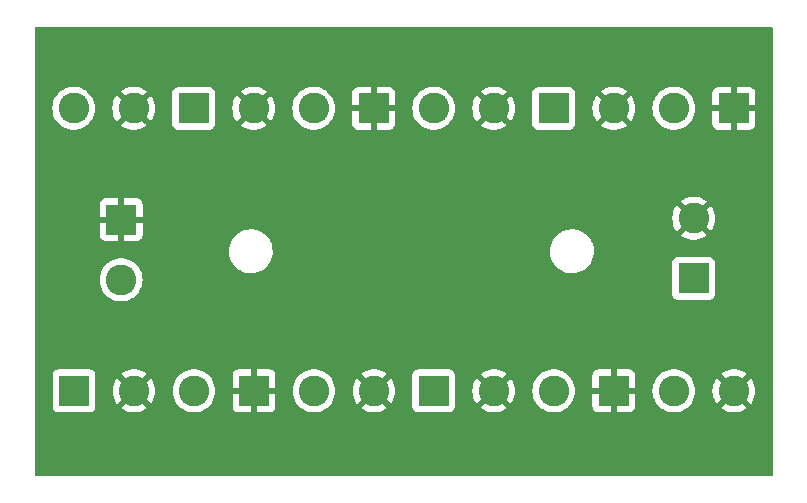
<source format=gbr>
%TF.GenerationSoftware,KiCad,Pcbnew,7.0.7*%
%TF.CreationDate,2024-01-08T20:38:26+01:00*%
%TF.ProjectId,SplitX_2,53706c69-7458-45f3-922e-6b696361645f,rev?*%
%TF.SameCoordinates,Original*%
%TF.FileFunction,Copper,L2,Bot*%
%TF.FilePolarity,Positive*%
%FSLAX46Y46*%
G04 Gerber Fmt 4.6, Leading zero omitted, Abs format (unit mm)*
G04 Created by KiCad (PCBNEW 7.0.7) date 2024-01-08 20:38:26*
%MOMM*%
%LPD*%
G01*
G04 APERTURE LIST*
%TA.AperFunction,ComponentPad*%
%ADD10R,2.600000X2.600000*%
%TD*%
%TA.AperFunction,ComponentPad*%
%ADD11C,2.600000*%
%TD*%
G04 APERTURE END LIST*
D10*
%TO.P,J5,1,Pin_1*%
%TO.N,B*%
X220218000Y-43891000D03*
D11*
%TO.P,J5,2,Pin_2*%
%TO.N,A*%
X215138000Y-43891000D03*
%TO.P,J5,3,Pin_3*%
%TO.N,B*%
X210058000Y-43891000D03*
%TD*%
D10*
%TO.P,Je,1,Pin_1*%
%TO.N,B*%
X210080000Y-67818000D03*
D11*
%TO.P,Je,2,Pin_2*%
%TO.N,A*%
X215160000Y-67818000D03*
%TO.P,Je,3,Pin_3*%
%TO.N,B*%
X220240000Y-67818000D03*
%TD*%
D10*
%TO.P,J4,1,Pin_1*%
%TO.N,A*%
X194840000Y-67818000D03*
D11*
%TO.P,J4,2,Pin_2*%
%TO.N,B*%
X199920000Y-67818000D03*
%TO.P,J4,3,Pin_3*%
%TO.N,A*%
X205000000Y-67818000D03*
%TD*%
D10*
%TO.P,J1,1,Pin_1*%
%TO.N,B*%
X198831000Y-53335000D03*
D11*
%TO.P,J1,2,Pin_2*%
%TO.N,A*%
X198831000Y-58415000D03*
%TD*%
D10*
%TO.P,J8,1,Pin_1*%
%TO.N,A*%
X225298000Y-67818000D03*
D11*
%TO.P,J8,2,Pin_2*%
%TO.N,B*%
X230378000Y-67818000D03*
%TO.P,J8,3,Pin_3*%
%TO.N,A*%
X235458000Y-67818000D03*
%TD*%
D10*
%TO.P,J2,1,Pin_1*%
%TO.N,B*%
X250703000Y-43891000D03*
D11*
%TO.P,J2,2,Pin_2*%
%TO.N,A*%
X245623000Y-43891000D03*
%TO.P,J2,3,Pin_3*%
%TO.N,B*%
X240543000Y-43891000D03*
%TD*%
D10*
%TO.P,J7,1,Pin_1*%
%TO.N,A*%
X204978000Y-43891000D03*
D11*
%TO.P,J7,2,Pin_2*%
%TO.N,B*%
X199898000Y-43891000D03*
%TO.P,J7,3,Pin_3*%
%TO.N,A*%
X194818000Y-43891000D03*
%TD*%
D10*
%TO.P,J9,1,Pin_1*%
%TO.N,B*%
X240544000Y-67818000D03*
D11*
%TO.P,J9,2,Pin_2*%
%TO.N,A*%
X245624000Y-67818000D03*
%TO.P,J9,3,Pin_3*%
%TO.N,B*%
X250704000Y-67818000D03*
%TD*%
D10*
%TO.P,J10,1,Pin_1*%
%TO.N,A*%
X247305000Y-58291000D03*
D11*
%TO.P,J10,2,Pin_2*%
%TO.N,B*%
X247305000Y-53211000D03*
%TD*%
D10*
%TO.P,J3,1,Pin_1*%
%TO.N,A*%
X235458000Y-43891000D03*
D11*
%TO.P,J3,2,Pin_2*%
%TO.N,B*%
X230378000Y-43891000D03*
%TO.P,J3,3,Pin_3*%
%TO.N,A*%
X225298000Y-43891000D03*
%TD*%
%TA.AperFunction,Conductor*%
%TO.N,B*%
G36*
X253941621Y-37020502D02*
G01*
X253988114Y-37074158D01*
X253999500Y-37126500D01*
X253999500Y-74873500D01*
X253979498Y-74941621D01*
X253925842Y-74988114D01*
X253873500Y-74999500D01*
X191626500Y-74999500D01*
X191558379Y-74979498D01*
X191511886Y-74925842D01*
X191500500Y-74873500D01*
X191500500Y-69166649D01*
X193031500Y-69166649D01*
X193038009Y-69227196D01*
X193038011Y-69227204D01*
X193089110Y-69364202D01*
X193089112Y-69364207D01*
X193176738Y-69481261D01*
X193293792Y-69568887D01*
X193293794Y-69568888D01*
X193293796Y-69568889D01*
X193338629Y-69585611D01*
X193430795Y-69619988D01*
X193430803Y-69619990D01*
X193491350Y-69626499D01*
X193491355Y-69626499D01*
X193491362Y-69626500D01*
X193491368Y-69626500D01*
X196188632Y-69626500D01*
X196188638Y-69626500D01*
X196188645Y-69626499D01*
X196188649Y-69626499D01*
X196249196Y-69619990D01*
X196249199Y-69619989D01*
X196249201Y-69619989D01*
X196386204Y-69568889D01*
X196386799Y-69568444D01*
X196503261Y-69481261D01*
X196590887Y-69364207D01*
X196590887Y-69364206D01*
X196590889Y-69364204D01*
X196641989Y-69227201D01*
X196648500Y-69166638D01*
X196648500Y-67817999D01*
X198106930Y-67817999D01*
X198127180Y-68088227D01*
X198187480Y-68352413D01*
X198187481Y-68352416D01*
X198286480Y-68604664D01*
X198421968Y-68839335D01*
X198474092Y-68904696D01*
X199198369Y-68180418D01*
X199260682Y-68146393D01*
X199331497Y-68151457D01*
X199388333Y-68194004D01*
X199393848Y-68201996D01*
X199415186Y-68235619D01*
X199479056Y-68295596D01*
X199534902Y-68348039D01*
X199539654Y-68351492D01*
X199583007Y-68407716D01*
X199589081Y-68478452D01*
X199555948Y-68541243D01*
X199554686Y-68542522D01*
X198832455Y-69264752D01*
X198832455Y-69264753D01*
X199013469Y-69388167D01*
X199013470Y-69388168D01*
X199257602Y-69505735D01*
X199516547Y-69585611D01*
X199516555Y-69585612D01*
X199784513Y-69626000D01*
X200055487Y-69626000D01*
X200323444Y-69585612D01*
X200323452Y-69585611D01*
X200582397Y-69505735D01*
X200826529Y-69388168D01*
X200826530Y-69388167D01*
X201007543Y-69264753D01*
X200281614Y-68538825D01*
X200247589Y-68476512D01*
X200252653Y-68405697D01*
X200295200Y-68348861D01*
X200296648Y-68347793D01*
X200306626Y-68340543D01*
X200368492Y-68295595D01*
X200456032Y-68189776D01*
X200514862Y-68150041D01*
X200585840Y-68148418D01*
X200642210Y-68180999D01*
X201365907Y-68904697D01*
X201365907Y-68904696D01*
X201418025Y-68839343D01*
X201418031Y-68839335D01*
X201553519Y-68604664D01*
X201652518Y-68352416D01*
X201652519Y-68352413D01*
X201712819Y-68088227D01*
X201733069Y-67818000D01*
X203186429Y-67818000D01*
X203189512Y-67859138D01*
X203206685Y-68088302D01*
X203267001Y-68352560D01*
X203267002Y-68352562D01*
X203366027Y-68604875D01*
X203366030Y-68604883D01*
X203501554Y-68839617D01*
X203501556Y-68839620D01*
X203501557Y-68839621D01*
X203553453Y-68904697D01*
X203670561Y-69051546D01*
X203794545Y-69166585D01*
X203869257Y-69235907D01*
X203869263Y-69235911D01*
X204093205Y-69388593D01*
X204093212Y-69388597D01*
X204093215Y-69388599D01*
X204234003Y-69456399D01*
X204337423Y-69506204D01*
X204337436Y-69506209D01*
X204596431Y-69586098D01*
X204596433Y-69586098D01*
X204596442Y-69586101D01*
X204864472Y-69626500D01*
X204864476Y-69626500D01*
X205135524Y-69626500D01*
X205135528Y-69626500D01*
X205403558Y-69586101D01*
X205403568Y-69586098D01*
X205662563Y-69506209D01*
X205662565Y-69506207D01*
X205662572Y-69506206D01*
X205662577Y-69506203D01*
X205662581Y-69506202D01*
X205906780Y-69388602D01*
X205906780Y-69388601D01*
X205906786Y-69388599D01*
X206130743Y-69235907D01*
X206205442Y-69166597D01*
X208272000Y-69166597D01*
X208278505Y-69227093D01*
X208329555Y-69363964D01*
X208329555Y-69363965D01*
X208417095Y-69480904D01*
X208534034Y-69568444D01*
X208670906Y-69619494D01*
X208731402Y-69625999D01*
X208731415Y-69626000D01*
X209826000Y-69626000D01*
X209826000Y-68586305D01*
X209846002Y-68518184D01*
X209899658Y-68471691D01*
X209969932Y-68461587D01*
X209983325Y-68464261D01*
X209997886Y-68468000D01*
X209997889Y-68468000D01*
X210120890Y-68468000D01*
X210120894Y-68468000D01*
X210192207Y-68458991D01*
X210262298Y-68470297D01*
X210315149Y-68517702D01*
X210334000Y-68583997D01*
X210334000Y-69626000D01*
X211428585Y-69626000D01*
X211428597Y-69625999D01*
X211489093Y-69619494D01*
X211625964Y-69568444D01*
X211625965Y-69568444D01*
X211742904Y-69480904D01*
X211830444Y-69363965D01*
X211830444Y-69363964D01*
X211881494Y-69227093D01*
X211887999Y-69166597D01*
X211888000Y-69166585D01*
X211888000Y-68072000D01*
X210845576Y-68072000D01*
X210777455Y-68051998D01*
X210730962Y-67998342D01*
X210720858Y-67928068D01*
X210721808Y-67922391D01*
X210733872Y-67859146D01*
X210733873Y-67859133D01*
X210731285Y-67818000D01*
X213346429Y-67818000D01*
X213366685Y-68088302D01*
X213427001Y-68352560D01*
X213427002Y-68352562D01*
X213526027Y-68604875D01*
X213526030Y-68604883D01*
X213661554Y-68839617D01*
X213661556Y-68839620D01*
X213661557Y-68839621D01*
X213713453Y-68904697D01*
X213830561Y-69051546D01*
X213954545Y-69166585D01*
X214029257Y-69235907D01*
X214029263Y-69235911D01*
X214253205Y-69388593D01*
X214253212Y-69388597D01*
X214253215Y-69388599D01*
X214394003Y-69456399D01*
X214497423Y-69506204D01*
X214497436Y-69506209D01*
X214756431Y-69586098D01*
X214756433Y-69586098D01*
X214756442Y-69586101D01*
X215024472Y-69626500D01*
X215024476Y-69626500D01*
X215295524Y-69626500D01*
X215295528Y-69626500D01*
X215563558Y-69586101D01*
X215563568Y-69586098D01*
X215822563Y-69506209D01*
X215822565Y-69506207D01*
X215822572Y-69506206D01*
X215822577Y-69506203D01*
X215822581Y-69506202D01*
X216066780Y-69388602D01*
X216066780Y-69388601D01*
X216066786Y-69388599D01*
X216290743Y-69235907D01*
X216489442Y-69051542D01*
X216658443Y-68839621D01*
X216793971Y-68604879D01*
X216892999Y-68352559D01*
X216953315Y-68088299D01*
X216973571Y-67818000D01*
X216973571Y-67817999D01*
X218426930Y-67817999D01*
X218447180Y-68088227D01*
X218507480Y-68352413D01*
X218507481Y-68352416D01*
X218606480Y-68604664D01*
X218741968Y-68839335D01*
X218794092Y-68904696D01*
X219518369Y-68180418D01*
X219580682Y-68146393D01*
X219651497Y-68151457D01*
X219708333Y-68194004D01*
X219713848Y-68201996D01*
X219735186Y-68235619D01*
X219799056Y-68295596D01*
X219854902Y-68348039D01*
X219859654Y-68351492D01*
X219903007Y-68407716D01*
X219909081Y-68478452D01*
X219875948Y-68541243D01*
X219874686Y-68542522D01*
X219152455Y-69264752D01*
X219152455Y-69264753D01*
X219333469Y-69388167D01*
X219333470Y-69388168D01*
X219577602Y-69505735D01*
X219836547Y-69585611D01*
X219836555Y-69585612D01*
X220104513Y-69626000D01*
X220375487Y-69626000D01*
X220643444Y-69585612D01*
X220643452Y-69585611D01*
X220902397Y-69505735D01*
X221146529Y-69388168D01*
X221146530Y-69388167D01*
X221327543Y-69264753D01*
X221229439Y-69166649D01*
X223489500Y-69166649D01*
X223496009Y-69227196D01*
X223496011Y-69227204D01*
X223547110Y-69364202D01*
X223547112Y-69364207D01*
X223634738Y-69481261D01*
X223751792Y-69568887D01*
X223751794Y-69568888D01*
X223751796Y-69568889D01*
X223796629Y-69585611D01*
X223888795Y-69619988D01*
X223888803Y-69619990D01*
X223949350Y-69626499D01*
X223949355Y-69626499D01*
X223949362Y-69626500D01*
X223949368Y-69626500D01*
X226646632Y-69626500D01*
X226646638Y-69626500D01*
X226646645Y-69626499D01*
X226646649Y-69626499D01*
X226707196Y-69619990D01*
X226707199Y-69619989D01*
X226707201Y-69619989D01*
X226844204Y-69568889D01*
X226844799Y-69568444D01*
X226961261Y-69481261D01*
X227048887Y-69364207D01*
X227048887Y-69364206D01*
X227048889Y-69364204D01*
X227099989Y-69227201D01*
X227106500Y-69166638D01*
X227106500Y-67817999D01*
X228564930Y-67817999D01*
X228585180Y-68088227D01*
X228645480Y-68352413D01*
X228645481Y-68352416D01*
X228744480Y-68604664D01*
X228879968Y-68839335D01*
X228932092Y-68904696D01*
X229656369Y-68180418D01*
X229718682Y-68146393D01*
X229789497Y-68151457D01*
X229846333Y-68194004D01*
X229851848Y-68201996D01*
X229873186Y-68235619D01*
X229937056Y-68295596D01*
X229992902Y-68348039D01*
X229997654Y-68351492D01*
X230041007Y-68407716D01*
X230047081Y-68478452D01*
X230013948Y-68541243D01*
X230012686Y-68542522D01*
X229290455Y-69264752D01*
X229290455Y-69264753D01*
X229471469Y-69388167D01*
X229471470Y-69388168D01*
X229715602Y-69505735D01*
X229974547Y-69585611D01*
X229974555Y-69585612D01*
X230242513Y-69626000D01*
X230513487Y-69626000D01*
X230781444Y-69585612D01*
X230781452Y-69585611D01*
X231040397Y-69505735D01*
X231284529Y-69388168D01*
X231284530Y-69388167D01*
X231465543Y-69264753D01*
X230739614Y-68538825D01*
X230705589Y-68476512D01*
X230710653Y-68405697D01*
X230753200Y-68348861D01*
X230754648Y-68347793D01*
X230764626Y-68340543D01*
X230826492Y-68295595D01*
X230914032Y-68189776D01*
X230972862Y-68150041D01*
X231043840Y-68148418D01*
X231100210Y-68180999D01*
X231823907Y-68904697D01*
X231823907Y-68904696D01*
X231876025Y-68839343D01*
X231876031Y-68839335D01*
X232011519Y-68604664D01*
X232110518Y-68352416D01*
X232110519Y-68352413D01*
X232170819Y-68088227D01*
X232191069Y-67818000D01*
X233644429Y-67818000D01*
X233647512Y-67859138D01*
X233664685Y-68088302D01*
X233725001Y-68352560D01*
X233725002Y-68352562D01*
X233824027Y-68604875D01*
X233824030Y-68604883D01*
X233959554Y-68839617D01*
X233959556Y-68839620D01*
X233959557Y-68839621D01*
X234011453Y-68904697D01*
X234128561Y-69051546D01*
X234252545Y-69166585D01*
X234327257Y-69235907D01*
X234327263Y-69235911D01*
X234551205Y-69388593D01*
X234551212Y-69388597D01*
X234551215Y-69388599D01*
X234692003Y-69456399D01*
X234795423Y-69506204D01*
X234795436Y-69506209D01*
X235054431Y-69586098D01*
X235054433Y-69586098D01*
X235054442Y-69586101D01*
X235322472Y-69626500D01*
X235322476Y-69626500D01*
X235593524Y-69626500D01*
X235593528Y-69626500D01*
X235861558Y-69586101D01*
X235861568Y-69586098D01*
X236120563Y-69506209D01*
X236120565Y-69506207D01*
X236120572Y-69506206D01*
X236120577Y-69506203D01*
X236120581Y-69506202D01*
X236364780Y-69388602D01*
X236364780Y-69388601D01*
X236364786Y-69388599D01*
X236588743Y-69235907D01*
X236663442Y-69166597D01*
X238736000Y-69166597D01*
X238742505Y-69227093D01*
X238793555Y-69363964D01*
X238793555Y-69363965D01*
X238881095Y-69480904D01*
X238998034Y-69568444D01*
X239134906Y-69619494D01*
X239195402Y-69625999D01*
X239195415Y-69626000D01*
X240290000Y-69626000D01*
X240290000Y-68586305D01*
X240310002Y-68518184D01*
X240363658Y-68471691D01*
X240433932Y-68461587D01*
X240447325Y-68464261D01*
X240461886Y-68468000D01*
X240461889Y-68468000D01*
X240584890Y-68468000D01*
X240584894Y-68468000D01*
X240656206Y-68458991D01*
X240726296Y-68470297D01*
X240779148Y-68517702D01*
X240797999Y-68583997D01*
X240798000Y-69626000D01*
X241892585Y-69626000D01*
X241892597Y-69625999D01*
X241953093Y-69619494D01*
X242089964Y-69568444D01*
X242089965Y-69568444D01*
X242206904Y-69480904D01*
X242294444Y-69363965D01*
X242294444Y-69363964D01*
X242345494Y-69227093D01*
X242351999Y-69166597D01*
X242352000Y-69166585D01*
X242352000Y-68072000D01*
X241309576Y-68072000D01*
X241241455Y-68051998D01*
X241194962Y-67998342D01*
X241184858Y-67928068D01*
X241185808Y-67922391D01*
X241197872Y-67859146D01*
X241197873Y-67859133D01*
X241195285Y-67818000D01*
X243810429Y-67818000D01*
X243813512Y-67859138D01*
X243830685Y-68088302D01*
X243891001Y-68352560D01*
X243891002Y-68352562D01*
X243990027Y-68604875D01*
X243990030Y-68604883D01*
X244125554Y-68839617D01*
X244125556Y-68839620D01*
X244125557Y-68839621D01*
X244177453Y-68904697D01*
X244294561Y-69051546D01*
X244418545Y-69166585D01*
X244493257Y-69235907D01*
X244493263Y-69235911D01*
X244717205Y-69388593D01*
X244717212Y-69388597D01*
X244717215Y-69388599D01*
X244858003Y-69456399D01*
X244961423Y-69506204D01*
X244961436Y-69506209D01*
X245220431Y-69586098D01*
X245220433Y-69586098D01*
X245220442Y-69586101D01*
X245488472Y-69626500D01*
X245488476Y-69626500D01*
X245759524Y-69626500D01*
X245759528Y-69626500D01*
X246027558Y-69586101D01*
X246027568Y-69586098D01*
X246286563Y-69506209D01*
X246286565Y-69506207D01*
X246286572Y-69506206D01*
X246286577Y-69506203D01*
X246286581Y-69506202D01*
X246530780Y-69388602D01*
X246530780Y-69388601D01*
X246530786Y-69388599D01*
X246754743Y-69235907D01*
X246953442Y-69051542D01*
X247122443Y-68839621D01*
X247257971Y-68604879D01*
X247356999Y-68352559D01*
X247417315Y-68088299D01*
X247437571Y-67818000D01*
X247437571Y-67817999D01*
X248890930Y-67817999D01*
X248911180Y-68088227D01*
X248971480Y-68352413D01*
X248971481Y-68352416D01*
X249070480Y-68604664D01*
X249205968Y-68839335D01*
X249258092Y-68904696D01*
X249982369Y-68180418D01*
X250044682Y-68146393D01*
X250115497Y-68151457D01*
X250172333Y-68194004D01*
X250177848Y-68201996D01*
X250199186Y-68235619D01*
X250263056Y-68295596D01*
X250318902Y-68348039D01*
X250323654Y-68351492D01*
X250367007Y-68407716D01*
X250373081Y-68478452D01*
X250339948Y-68541243D01*
X250338686Y-68542522D01*
X249616455Y-69264752D01*
X249616455Y-69264753D01*
X249797469Y-69388167D01*
X249797470Y-69388168D01*
X250041602Y-69505735D01*
X250300547Y-69585611D01*
X250300555Y-69585612D01*
X250568513Y-69626000D01*
X250839487Y-69626000D01*
X251107444Y-69585612D01*
X251107452Y-69585611D01*
X251366397Y-69505735D01*
X251610529Y-69388168D01*
X251610530Y-69388167D01*
X251791543Y-69264753D01*
X251065614Y-68538825D01*
X251031589Y-68476512D01*
X251036653Y-68405697D01*
X251079200Y-68348861D01*
X251080648Y-68347793D01*
X251090626Y-68340543D01*
X251152492Y-68295595D01*
X251240032Y-68189776D01*
X251298862Y-68150041D01*
X251369840Y-68148418D01*
X251426210Y-68180999D01*
X252149907Y-68904697D01*
X252149907Y-68904696D01*
X252202025Y-68839343D01*
X252202031Y-68839335D01*
X252337519Y-68604664D01*
X252436518Y-68352416D01*
X252436519Y-68352413D01*
X252496819Y-68088227D01*
X252517069Y-67818000D01*
X252496819Y-67547772D01*
X252436519Y-67283586D01*
X252436518Y-67283583D01*
X252337519Y-67031335D01*
X252202031Y-66796664D01*
X252149906Y-66731302D01*
X251425628Y-67455580D01*
X251363316Y-67489605D01*
X251292500Y-67484540D01*
X251235665Y-67441993D01*
X251230147Y-67433997D01*
X251208814Y-67400381D01*
X251089092Y-67287955D01*
X251084341Y-67284503D01*
X251040990Y-67228279D01*
X251034918Y-67157542D01*
X251068053Y-67094752D01*
X251069312Y-67093475D01*
X251791543Y-66371245D01*
X251791543Y-66371244D01*
X251610537Y-66247836D01*
X251610529Y-66247831D01*
X251366397Y-66130264D01*
X251107452Y-66050388D01*
X251107444Y-66050387D01*
X250839487Y-66010000D01*
X250568513Y-66010000D01*
X250300555Y-66050387D01*
X250300547Y-66050388D01*
X250041602Y-66130264D01*
X249797470Y-66247831D01*
X249797462Y-66247836D01*
X249616455Y-66371244D01*
X249616455Y-66371246D01*
X250342385Y-67097176D01*
X250376411Y-67159488D01*
X250371346Y-67230303D01*
X250328799Y-67287139D01*
X250327352Y-67288207D01*
X250255508Y-67340405D01*
X250167968Y-67446221D01*
X250109136Y-67485959D01*
X250038158Y-67487581D01*
X249981789Y-67455000D01*
X249258092Y-66731302D01*
X249258091Y-66731302D01*
X249205968Y-66796664D01*
X249070480Y-67031335D01*
X248971481Y-67283583D01*
X248971480Y-67283586D01*
X248911180Y-67547772D01*
X248890930Y-67817999D01*
X247437571Y-67817999D01*
X247417315Y-67547701D01*
X247356999Y-67283441D01*
X247257971Y-67031121D01*
X247257970Y-67031120D01*
X247257969Y-67031116D01*
X247122445Y-66796382D01*
X246953438Y-66584453D01*
X246764126Y-66408799D01*
X246754743Y-66400093D01*
X246712432Y-66371246D01*
X246566917Y-66272035D01*
X246530786Y-66247401D01*
X246530783Y-66247400D01*
X246530781Y-66247398D01*
X246530780Y-66247397D01*
X246286581Y-66129797D01*
X246286563Y-66129790D01*
X246027568Y-66049901D01*
X246027560Y-66049899D01*
X246027558Y-66049899D01*
X245759528Y-66009500D01*
X245488472Y-66009500D01*
X245220442Y-66049899D01*
X245220440Y-66049899D01*
X245220431Y-66049901D01*
X244961436Y-66129790D01*
X244961423Y-66129795D01*
X244717212Y-66247402D01*
X244717205Y-66247406D01*
X244493263Y-66400088D01*
X244493251Y-66400098D01*
X244294561Y-66584453D01*
X244125554Y-66796382D01*
X243990030Y-67031116D01*
X243990027Y-67031124D01*
X243891002Y-67283437D01*
X243891001Y-67283439D01*
X243830685Y-67547697D01*
X243813512Y-67776862D01*
X243810429Y-67818000D01*
X241195285Y-67818000D01*
X241187730Y-67697911D01*
X241203415Y-67628669D01*
X241254046Y-67578899D01*
X241313481Y-67564000D01*
X242352000Y-67564000D01*
X242352000Y-66469414D01*
X242351999Y-66469402D01*
X242345494Y-66408906D01*
X242294444Y-66272035D01*
X242294444Y-66272034D01*
X242206904Y-66155095D01*
X242089965Y-66067555D01*
X241953093Y-66016505D01*
X241892597Y-66010000D01*
X240798000Y-66010000D01*
X240798000Y-67049694D01*
X240777998Y-67117815D01*
X240724342Y-67164308D01*
X240654068Y-67174412D01*
X240640667Y-67171736D01*
X240626119Y-67168001D01*
X240626116Y-67168000D01*
X240626114Y-67168000D01*
X240503106Y-67168000D01*
X240503104Y-67168000D01*
X240431791Y-67177009D01*
X240361701Y-67165702D01*
X240308850Y-67118296D01*
X240290000Y-67052002D01*
X240290000Y-66010000D01*
X239195402Y-66010000D01*
X239134906Y-66016505D01*
X238998035Y-66067555D01*
X238998034Y-66067555D01*
X238881095Y-66155095D01*
X238793555Y-66272034D01*
X238793555Y-66272035D01*
X238742505Y-66408906D01*
X238736000Y-66469402D01*
X238736000Y-67564000D01*
X239778424Y-67564000D01*
X239846545Y-67584002D01*
X239893038Y-67637658D01*
X239903142Y-67707932D01*
X239902192Y-67713609D01*
X239890127Y-67776853D01*
X239890127Y-67776862D01*
X239900270Y-67938089D01*
X239884585Y-68007331D01*
X239833954Y-68057101D01*
X239774519Y-68072000D01*
X238736000Y-68072000D01*
X238736000Y-69166597D01*
X236663442Y-69166597D01*
X236787442Y-69051542D01*
X236956443Y-68839621D01*
X237091971Y-68604879D01*
X237190999Y-68352559D01*
X237251315Y-68088299D01*
X237271571Y-67818000D01*
X237251315Y-67547701D01*
X237190999Y-67283441D01*
X237091971Y-67031121D01*
X237091970Y-67031120D01*
X237091969Y-67031116D01*
X236956445Y-66796382D01*
X236787438Y-66584453D01*
X236598126Y-66408799D01*
X236588743Y-66400093D01*
X236546432Y-66371246D01*
X236400917Y-66272035D01*
X236364786Y-66247401D01*
X236364783Y-66247400D01*
X236364781Y-66247398D01*
X236364780Y-66247397D01*
X236120581Y-66129797D01*
X236120563Y-66129790D01*
X235861568Y-66049901D01*
X235861560Y-66049899D01*
X235861558Y-66049899D01*
X235593528Y-66009500D01*
X235322472Y-66009500D01*
X235054442Y-66049899D01*
X235054440Y-66049899D01*
X235054431Y-66049901D01*
X234795436Y-66129790D01*
X234795423Y-66129795D01*
X234551212Y-66247402D01*
X234551205Y-66247406D01*
X234327263Y-66400088D01*
X234327251Y-66400098D01*
X234128561Y-66584453D01*
X233959554Y-66796382D01*
X233824030Y-67031116D01*
X233824027Y-67031124D01*
X233725002Y-67283437D01*
X233725001Y-67283439D01*
X233664685Y-67547697D01*
X233647512Y-67776862D01*
X233644429Y-67818000D01*
X232191069Y-67818000D01*
X232191069Y-67817999D01*
X232170819Y-67547772D01*
X232110519Y-67283586D01*
X232110518Y-67283583D01*
X232011519Y-67031335D01*
X231876031Y-66796664D01*
X231823906Y-66731302D01*
X231099628Y-67455580D01*
X231037316Y-67489605D01*
X230966500Y-67484540D01*
X230909665Y-67441993D01*
X230904147Y-67433997D01*
X230882814Y-67400381D01*
X230763092Y-67287955D01*
X230758341Y-67284503D01*
X230714990Y-67228279D01*
X230708918Y-67157542D01*
X230742053Y-67094752D01*
X230743312Y-67093475D01*
X231465543Y-66371245D01*
X231465543Y-66371244D01*
X231284537Y-66247836D01*
X231284529Y-66247831D01*
X231040397Y-66130264D01*
X230781452Y-66050388D01*
X230781444Y-66050387D01*
X230513487Y-66010000D01*
X230242513Y-66010000D01*
X229974555Y-66050387D01*
X229974547Y-66050388D01*
X229715602Y-66130264D01*
X229471470Y-66247831D01*
X229471462Y-66247836D01*
X229290455Y-66371244D01*
X229290455Y-66371246D01*
X230016385Y-67097176D01*
X230050411Y-67159488D01*
X230045346Y-67230303D01*
X230002799Y-67287139D01*
X230001352Y-67288207D01*
X229929508Y-67340405D01*
X229841968Y-67446221D01*
X229783136Y-67485959D01*
X229712158Y-67487581D01*
X229655789Y-67455000D01*
X228932092Y-66731302D01*
X228932091Y-66731302D01*
X228879968Y-66796664D01*
X228744480Y-67031335D01*
X228645481Y-67283583D01*
X228645480Y-67283586D01*
X228585180Y-67547772D01*
X228564930Y-67817999D01*
X227106500Y-67817999D01*
X227106500Y-66469362D01*
X227100001Y-66408906D01*
X227099990Y-66408803D01*
X227099988Y-66408795D01*
X227048978Y-66272035D01*
X227048889Y-66271796D01*
X227048888Y-66271794D01*
X227048887Y-66271792D01*
X226961261Y-66154738D01*
X226844207Y-66067112D01*
X226844202Y-66067110D01*
X226707204Y-66016011D01*
X226707196Y-66016009D01*
X226646649Y-66009500D01*
X226646638Y-66009500D01*
X223949362Y-66009500D01*
X223949350Y-66009500D01*
X223888803Y-66016009D01*
X223888795Y-66016011D01*
X223751797Y-66067110D01*
X223751792Y-66067112D01*
X223634738Y-66154738D01*
X223547112Y-66271792D01*
X223547110Y-66271797D01*
X223496011Y-66408795D01*
X223496009Y-66408803D01*
X223489500Y-66469350D01*
X223489500Y-69166649D01*
X221229439Y-69166649D01*
X220601614Y-68538825D01*
X220567589Y-68476512D01*
X220572653Y-68405697D01*
X220615200Y-68348861D01*
X220616648Y-68347793D01*
X220626626Y-68340543D01*
X220688492Y-68295595D01*
X220776032Y-68189776D01*
X220834862Y-68150041D01*
X220905840Y-68148418D01*
X220962210Y-68180999D01*
X221685907Y-68904697D01*
X221685907Y-68904696D01*
X221738025Y-68839343D01*
X221738031Y-68839335D01*
X221873519Y-68604664D01*
X221972518Y-68352416D01*
X221972519Y-68352413D01*
X222032819Y-68088227D01*
X222053069Y-67817999D01*
X222032819Y-67547772D01*
X221972519Y-67283586D01*
X221972518Y-67283583D01*
X221873519Y-67031335D01*
X221738031Y-66796664D01*
X221685906Y-66731302D01*
X220961628Y-67455580D01*
X220899316Y-67489605D01*
X220828500Y-67484540D01*
X220771665Y-67441993D01*
X220766147Y-67433997D01*
X220744814Y-67400381D01*
X220625092Y-67287955D01*
X220620341Y-67284503D01*
X220576990Y-67228279D01*
X220570918Y-67157542D01*
X220604053Y-67094752D01*
X220605312Y-67093475D01*
X221327543Y-66371245D01*
X221327543Y-66371244D01*
X221146537Y-66247836D01*
X221146529Y-66247831D01*
X220902397Y-66130264D01*
X220643452Y-66050388D01*
X220643444Y-66050387D01*
X220375487Y-66010000D01*
X220104513Y-66010000D01*
X219836555Y-66050387D01*
X219836547Y-66050388D01*
X219577602Y-66130264D01*
X219333470Y-66247831D01*
X219333462Y-66247836D01*
X219152455Y-66371244D01*
X219152455Y-66371246D01*
X219878385Y-67097176D01*
X219912411Y-67159488D01*
X219907346Y-67230303D01*
X219864799Y-67287139D01*
X219863352Y-67288207D01*
X219791508Y-67340405D01*
X219703968Y-67446221D01*
X219645136Y-67485959D01*
X219574158Y-67487581D01*
X219517789Y-67455000D01*
X218794092Y-66731302D01*
X218794091Y-66731302D01*
X218741968Y-66796664D01*
X218606480Y-67031335D01*
X218507481Y-67283583D01*
X218507480Y-67283586D01*
X218447180Y-67547772D01*
X218426930Y-67817999D01*
X216973571Y-67817999D01*
X216953315Y-67547701D01*
X216892999Y-67283441D01*
X216793971Y-67031121D01*
X216793970Y-67031120D01*
X216793969Y-67031116D01*
X216658445Y-66796382D01*
X216489438Y-66584453D01*
X216300126Y-66408799D01*
X216290743Y-66400093D01*
X216248432Y-66371246D01*
X216102917Y-66272035D01*
X216066786Y-66247401D01*
X216066783Y-66247400D01*
X216066781Y-66247398D01*
X216066780Y-66247397D01*
X215822581Y-66129797D01*
X215822563Y-66129790D01*
X215563568Y-66049901D01*
X215563560Y-66049899D01*
X215563558Y-66049899D01*
X215295528Y-66009500D01*
X215024472Y-66009500D01*
X214756442Y-66049899D01*
X214756440Y-66049899D01*
X214756431Y-66049901D01*
X214497436Y-66129790D01*
X214497423Y-66129795D01*
X214253212Y-66247402D01*
X214253205Y-66247406D01*
X214029263Y-66400088D01*
X214029251Y-66400098D01*
X213830561Y-66584453D01*
X213661554Y-66796382D01*
X213526030Y-67031116D01*
X213526027Y-67031124D01*
X213427002Y-67283437D01*
X213427001Y-67283439D01*
X213366685Y-67547697D01*
X213346429Y-67818000D01*
X210731285Y-67818000D01*
X210723730Y-67697911D01*
X210739415Y-67628669D01*
X210790046Y-67578899D01*
X210849481Y-67564000D01*
X211888000Y-67564000D01*
X211888000Y-66469414D01*
X211887999Y-66469402D01*
X211881494Y-66408906D01*
X211830444Y-66272035D01*
X211830444Y-66272034D01*
X211742904Y-66155095D01*
X211625965Y-66067555D01*
X211489093Y-66016505D01*
X211428597Y-66010000D01*
X210334000Y-66010000D01*
X210334000Y-67049694D01*
X210313998Y-67117815D01*
X210260342Y-67164308D01*
X210190068Y-67174412D01*
X210176667Y-67171736D01*
X210162119Y-67168001D01*
X210162116Y-67168000D01*
X210162114Y-67168000D01*
X210039106Y-67168000D01*
X210039104Y-67168000D01*
X209967791Y-67177009D01*
X209897701Y-67165702D01*
X209844850Y-67118296D01*
X209826000Y-67052002D01*
X209826000Y-66010000D01*
X208731402Y-66010000D01*
X208670906Y-66016505D01*
X208534035Y-66067555D01*
X208534034Y-66067555D01*
X208417095Y-66155095D01*
X208329555Y-66272034D01*
X208329555Y-66272035D01*
X208278505Y-66408906D01*
X208272000Y-66469402D01*
X208272000Y-67564000D01*
X209314424Y-67564000D01*
X209382545Y-67584002D01*
X209429038Y-67637658D01*
X209439142Y-67707932D01*
X209438192Y-67713609D01*
X209426127Y-67776853D01*
X209426127Y-67776862D01*
X209436270Y-67938089D01*
X209420585Y-68007331D01*
X209369954Y-68057101D01*
X209310519Y-68072000D01*
X208272000Y-68072000D01*
X208272000Y-69166597D01*
X206205442Y-69166597D01*
X206329442Y-69051542D01*
X206498443Y-68839621D01*
X206633971Y-68604879D01*
X206732999Y-68352559D01*
X206793315Y-68088299D01*
X206813571Y-67818000D01*
X206793315Y-67547701D01*
X206732999Y-67283441D01*
X206633971Y-67031121D01*
X206633970Y-67031120D01*
X206633969Y-67031116D01*
X206498445Y-66796382D01*
X206329438Y-66584453D01*
X206140126Y-66408799D01*
X206130743Y-66400093D01*
X206088432Y-66371246D01*
X205942917Y-66272035D01*
X205906786Y-66247401D01*
X205906783Y-66247400D01*
X205906781Y-66247398D01*
X205906780Y-66247397D01*
X205662581Y-66129797D01*
X205662563Y-66129790D01*
X205403568Y-66049901D01*
X205403560Y-66049899D01*
X205403558Y-66049899D01*
X205135528Y-66009500D01*
X204864472Y-66009500D01*
X204596442Y-66049899D01*
X204596440Y-66049899D01*
X204596431Y-66049901D01*
X204337436Y-66129790D01*
X204337423Y-66129795D01*
X204093212Y-66247402D01*
X204093205Y-66247406D01*
X203869263Y-66400088D01*
X203869251Y-66400098D01*
X203670561Y-66584453D01*
X203501554Y-66796382D01*
X203366030Y-67031116D01*
X203366027Y-67031124D01*
X203267002Y-67283437D01*
X203267001Y-67283439D01*
X203206685Y-67547697D01*
X203189512Y-67776862D01*
X203186429Y-67818000D01*
X201733069Y-67818000D01*
X201733069Y-67817999D01*
X201712819Y-67547772D01*
X201652519Y-67283586D01*
X201652518Y-67283583D01*
X201553519Y-67031335D01*
X201418031Y-66796664D01*
X201365906Y-66731302D01*
X200641628Y-67455580D01*
X200579316Y-67489605D01*
X200508500Y-67484540D01*
X200451665Y-67441993D01*
X200446147Y-67433997D01*
X200424814Y-67400381D01*
X200305092Y-67287955D01*
X200300341Y-67284503D01*
X200256990Y-67228279D01*
X200250918Y-67157542D01*
X200284053Y-67094752D01*
X200285312Y-67093475D01*
X201007543Y-66371245D01*
X201007543Y-66371244D01*
X200826537Y-66247836D01*
X200826529Y-66247831D01*
X200582397Y-66130264D01*
X200323452Y-66050388D01*
X200323444Y-66050387D01*
X200055487Y-66010000D01*
X199784513Y-66010000D01*
X199516555Y-66050387D01*
X199516547Y-66050388D01*
X199257602Y-66130264D01*
X199013470Y-66247831D01*
X199013462Y-66247836D01*
X198832455Y-66371244D01*
X198832455Y-66371246D01*
X199558385Y-67097176D01*
X199592411Y-67159488D01*
X199587346Y-67230303D01*
X199544799Y-67287139D01*
X199543352Y-67288207D01*
X199471508Y-67340405D01*
X199383968Y-67446221D01*
X199325136Y-67485959D01*
X199254158Y-67487581D01*
X199197789Y-67455000D01*
X198474092Y-66731302D01*
X198474091Y-66731302D01*
X198421968Y-66796664D01*
X198286480Y-67031335D01*
X198187481Y-67283583D01*
X198187480Y-67283586D01*
X198127180Y-67547772D01*
X198106930Y-67817999D01*
X196648500Y-67817999D01*
X196648500Y-66469362D01*
X196642001Y-66408906D01*
X196641990Y-66408803D01*
X196641988Y-66408795D01*
X196590978Y-66272035D01*
X196590889Y-66271796D01*
X196590888Y-66271794D01*
X196590887Y-66271792D01*
X196503261Y-66154738D01*
X196386207Y-66067112D01*
X196386202Y-66067110D01*
X196249204Y-66016011D01*
X196249196Y-66016009D01*
X196188649Y-66009500D01*
X196188638Y-66009500D01*
X193491362Y-66009500D01*
X193491350Y-66009500D01*
X193430803Y-66016009D01*
X193430795Y-66016011D01*
X193293797Y-66067110D01*
X193293792Y-66067112D01*
X193176738Y-66154738D01*
X193089112Y-66271792D01*
X193089110Y-66271797D01*
X193038011Y-66408795D01*
X193038009Y-66408803D01*
X193031500Y-66469350D01*
X193031500Y-69166649D01*
X191500500Y-69166649D01*
X191500500Y-58414999D01*
X197017429Y-58414999D01*
X197037685Y-58685302D01*
X197098001Y-58949560D01*
X197098002Y-58949562D01*
X197197027Y-59201875D01*
X197197030Y-59201883D01*
X197332554Y-59436617D01*
X197501561Y-59648546D01*
X197648106Y-59784518D01*
X197700257Y-59832907D01*
X197700263Y-59832911D01*
X197924205Y-59985593D01*
X197924212Y-59985597D01*
X197924215Y-59985599D01*
X198041098Y-60041887D01*
X198168423Y-60103204D01*
X198168436Y-60103209D01*
X198427431Y-60183098D01*
X198427433Y-60183098D01*
X198427442Y-60183101D01*
X198695472Y-60223500D01*
X198695476Y-60223500D01*
X198966524Y-60223500D01*
X198966528Y-60223500D01*
X199234558Y-60183101D01*
X199234568Y-60183098D01*
X199493563Y-60103209D01*
X199493565Y-60103207D01*
X199493572Y-60103206D01*
X199493577Y-60103203D01*
X199493581Y-60103202D01*
X199737780Y-59985602D01*
X199737780Y-59985601D01*
X199737786Y-59985599D01*
X199961743Y-59832907D01*
X200160442Y-59648542D01*
X200167534Y-59639649D01*
X245496500Y-59639649D01*
X245503009Y-59700196D01*
X245503011Y-59700204D01*
X245554110Y-59837202D01*
X245554112Y-59837207D01*
X245641738Y-59954261D01*
X245758792Y-60041887D01*
X245758794Y-60041888D01*
X245758796Y-60041889D01*
X245817875Y-60063924D01*
X245895795Y-60092988D01*
X245895803Y-60092990D01*
X245956350Y-60099499D01*
X245956355Y-60099499D01*
X245956362Y-60099500D01*
X245956368Y-60099500D01*
X248653632Y-60099500D01*
X248653638Y-60099500D01*
X248653645Y-60099499D01*
X248653649Y-60099499D01*
X248714196Y-60092990D01*
X248714199Y-60092989D01*
X248714201Y-60092989D01*
X248851204Y-60041889D01*
X248926395Y-59985602D01*
X248968261Y-59954261D01*
X249055887Y-59837207D01*
X249055887Y-59837206D01*
X249055889Y-59837204D01*
X249106989Y-59700201D01*
X249112543Y-59648546D01*
X249113499Y-59639649D01*
X249113500Y-59639632D01*
X249113500Y-56942367D01*
X249113499Y-56942350D01*
X249106990Y-56881803D01*
X249106988Y-56881795D01*
X249055889Y-56744797D01*
X249055887Y-56744792D01*
X248968261Y-56627738D01*
X248851207Y-56540112D01*
X248851202Y-56540110D01*
X248714204Y-56489011D01*
X248714196Y-56489009D01*
X248653649Y-56482500D01*
X248653638Y-56482500D01*
X245956362Y-56482500D01*
X245956350Y-56482500D01*
X245895803Y-56489009D01*
X245895795Y-56489011D01*
X245758797Y-56540110D01*
X245758792Y-56540112D01*
X245641738Y-56627738D01*
X245554112Y-56744792D01*
X245554110Y-56744797D01*
X245503011Y-56881795D01*
X245503009Y-56881803D01*
X245496500Y-56942350D01*
X245496500Y-59639649D01*
X200167534Y-59639649D01*
X200329443Y-59436621D01*
X200464971Y-59201879D01*
X200563999Y-58949559D01*
X200624315Y-58685299D01*
X200644571Y-58415000D01*
X200624315Y-58144701D01*
X200563999Y-57880441D01*
X200464971Y-57628121D01*
X200464970Y-57628120D01*
X200464969Y-57628116D01*
X200329445Y-57393382D01*
X200245262Y-57287820D01*
X200160442Y-57181458D01*
X200160441Y-57181457D01*
X200160438Y-57181453D01*
X199961748Y-56997098D01*
X199961742Y-56997092D01*
X199792644Y-56881803D01*
X199737786Y-56844401D01*
X199737783Y-56844400D01*
X199737781Y-56844398D01*
X199737780Y-56844397D01*
X199493581Y-56726797D01*
X199493563Y-56726790D01*
X199234568Y-56646901D01*
X199234560Y-56646899D01*
X199234558Y-56646899D01*
X198966528Y-56606500D01*
X198695472Y-56606500D01*
X198427442Y-56646899D01*
X198427440Y-56646899D01*
X198427431Y-56646901D01*
X198168436Y-56726790D01*
X198168423Y-56726795D01*
X197924212Y-56844402D01*
X197924205Y-56844406D01*
X197700263Y-56997088D01*
X197700251Y-56997098D01*
X197501561Y-57181453D01*
X197332554Y-57393382D01*
X197197030Y-57628116D01*
X197197027Y-57628124D01*
X197098002Y-57880437D01*
X197098001Y-57880439D01*
X197037685Y-58144697D01*
X197017429Y-58414999D01*
X191500500Y-58414999D01*
X191500500Y-56067765D01*
X207949788Y-56067765D01*
X207979412Y-56337014D01*
X208047928Y-56599090D01*
X208153869Y-56848389D01*
X208153870Y-56848390D01*
X208294982Y-57079610D01*
X208468255Y-57287820D01*
X208468257Y-57287822D01*
X208468259Y-57287824D01*
X208618117Y-57422097D01*
X208669998Y-57468582D01*
X208895910Y-57618044D01*
X209141176Y-57733020D01*
X209400569Y-57811060D01*
X209400572Y-57811060D01*
X209400574Y-57811061D01*
X209668557Y-57850500D01*
X209668561Y-57850500D01*
X209871633Y-57850500D01*
X209906363Y-57847957D01*
X210074156Y-57835677D01*
X210074160Y-57835676D01*
X210074161Y-57835676D01*
X210184665Y-57811060D01*
X210338553Y-57776780D01*
X210591558Y-57680014D01*
X210827777Y-57547441D01*
X211042177Y-57381888D01*
X211230186Y-57186881D01*
X211387799Y-56966579D01*
X211400248Y-56942367D01*
X211511656Y-56725675D01*
X211511657Y-56725672D01*
X211599116Y-56469310D01*
X211599118Y-56469305D01*
X211648319Y-56202933D01*
X211653259Y-56067765D01*
X235145788Y-56067765D01*
X235175412Y-56337014D01*
X235243928Y-56599090D01*
X235349869Y-56848389D01*
X235349870Y-56848390D01*
X235490982Y-57079610D01*
X235664255Y-57287820D01*
X235664257Y-57287822D01*
X235664259Y-57287824D01*
X235814117Y-57422097D01*
X235865998Y-57468582D01*
X236091910Y-57618044D01*
X236337176Y-57733020D01*
X236596569Y-57811060D01*
X236596572Y-57811060D01*
X236596574Y-57811061D01*
X236864557Y-57850500D01*
X236864561Y-57850500D01*
X237067633Y-57850500D01*
X237102363Y-57847957D01*
X237270156Y-57835677D01*
X237270160Y-57835676D01*
X237270161Y-57835676D01*
X237380665Y-57811060D01*
X237534553Y-57776780D01*
X237787558Y-57680014D01*
X238023777Y-57547441D01*
X238238177Y-57381888D01*
X238426186Y-57186881D01*
X238583799Y-56966579D01*
X238596248Y-56942367D01*
X238707656Y-56725675D01*
X238707657Y-56725672D01*
X238795116Y-56469310D01*
X238795118Y-56469305D01*
X238844319Y-56202933D01*
X238854212Y-55932235D01*
X238839338Y-55797058D01*
X238824587Y-55662985D01*
X238756071Y-55400909D01*
X238650130Y-55151610D01*
X238609749Y-55085444D01*
X238509018Y-54920390D01*
X238335745Y-54712180D01*
X238335741Y-54712177D01*
X238335740Y-54712175D01*
X238134012Y-54531427D01*
X238134002Y-54531418D01*
X237908090Y-54381956D01*
X237662824Y-54266980D01*
X237505392Y-54219615D01*
X237403425Y-54188938D01*
X237135442Y-54149500D01*
X237135439Y-54149500D01*
X236932369Y-54149500D01*
X236932367Y-54149500D01*
X236729839Y-54164323D01*
X236729838Y-54164323D01*
X236465456Y-54223217D01*
X236465441Y-54223222D01*
X236212441Y-54319986D01*
X235976229Y-54452555D01*
X235976225Y-54452557D01*
X235761818Y-54618116D01*
X235573815Y-54813117D01*
X235573810Y-54813123D01*
X235416203Y-55033417D01*
X235416196Y-55033427D01*
X235292343Y-55274324D01*
X235292342Y-55274327D01*
X235204883Y-55530689D01*
X235204880Y-55530702D01*
X235155681Y-55797058D01*
X235155680Y-55797069D01*
X235145788Y-56067765D01*
X211653259Y-56067765D01*
X211658212Y-55932235D01*
X211643338Y-55797058D01*
X211628587Y-55662985D01*
X211560071Y-55400909D01*
X211454130Y-55151610D01*
X211413749Y-55085444D01*
X211313018Y-54920390D01*
X211139745Y-54712180D01*
X211139741Y-54712177D01*
X211139740Y-54712175D01*
X210938012Y-54531427D01*
X210938002Y-54531418D01*
X210712090Y-54381956D01*
X210466824Y-54266980D01*
X210309392Y-54219615D01*
X210207425Y-54188938D01*
X209939442Y-54149500D01*
X209939439Y-54149500D01*
X209736369Y-54149500D01*
X209736367Y-54149500D01*
X209533839Y-54164323D01*
X209533838Y-54164323D01*
X209269456Y-54223217D01*
X209269441Y-54223222D01*
X209016441Y-54319986D01*
X208780229Y-54452555D01*
X208780225Y-54452557D01*
X208565818Y-54618116D01*
X208377815Y-54813117D01*
X208377810Y-54813123D01*
X208220203Y-55033417D01*
X208220196Y-55033427D01*
X208096343Y-55274324D01*
X208096342Y-55274327D01*
X208008883Y-55530689D01*
X208008880Y-55530702D01*
X207959681Y-55797058D01*
X207959680Y-55797069D01*
X207949788Y-56067765D01*
X191500500Y-56067765D01*
X191500500Y-54683597D01*
X197023000Y-54683597D01*
X197029505Y-54744093D01*
X197080555Y-54880964D01*
X197080555Y-54880965D01*
X197168095Y-54997904D01*
X197285034Y-55085444D01*
X197421906Y-55136494D01*
X197482402Y-55142999D01*
X197482415Y-55143000D01*
X198577000Y-55143000D01*
X198577000Y-54103305D01*
X198597002Y-54035184D01*
X198650658Y-53988691D01*
X198720932Y-53978587D01*
X198734325Y-53981261D01*
X198748886Y-53985000D01*
X198748889Y-53985000D01*
X198871890Y-53985000D01*
X198871894Y-53985000D01*
X198943207Y-53975991D01*
X199013298Y-53987297D01*
X199066149Y-54034702D01*
X199085000Y-54100997D01*
X199085000Y-55143000D01*
X200179585Y-55143000D01*
X200179597Y-55142999D01*
X200240093Y-55136494D01*
X200376964Y-55085444D01*
X200376965Y-55085444D01*
X200493904Y-54997904D01*
X200581444Y-54880965D01*
X200581444Y-54880964D01*
X200632494Y-54744093D01*
X200638999Y-54683597D01*
X200639000Y-54683585D01*
X200639000Y-53589000D01*
X199596576Y-53589000D01*
X199528455Y-53568998D01*
X199481962Y-53515342D01*
X199471858Y-53445068D01*
X199472808Y-53439391D01*
X199484872Y-53376146D01*
X199484873Y-53376133D01*
X199474730Y-53214911D01*
X199475616Y-53210999D01*
X245491930Y-53210999D01*
X245512180Y-53481227D01*
X245572480Y-53745413D01*
X245572481Y-53745416D01*
X245671480Y-53997664D01*
X245806968Y-54232335D01*
X245859092Y-54297696D01*
X246583369Y-53573418D01*
X246645682Y-53539393D01*
X246716497Y-53544457D01*
X246773333Y-53587004D01*
X246778851Y-53595000D01*
X246790880Y-53613956D01*
X246800186Y-53628619D01*
X246864056Y-53688596D01*
X246919902Y-53741039D01*
X246924654Y-53744492D01*
X246968007Y-53800716D01*
X246974081Y-53871452D01*
X246940948Y-53934243D01*
X246939686Y-53935522D01*
X246217455Y-54657752D01*
X246217455Y-54657753D01*
X246398469Y-54781167D01*
X246398470Y-54781168D01*
X246642602Y-54898735D01*
X246901547Y-54978611D01*
X246901555Y-54978612D01*
X247169513Y-55019000D01*
X247440487Y-55019000D01*
X247708444Y-54978612D01*
X247708452Y-54978611D01*
X247967397Y-54898735D01*
X248211529Y-54781168D01*
X248211530Y-54781167D01*
X248392543Y-54657753D01*
X247666614Y-53931825D01*
X247632589Y-53869512D01*
X247637653Y-53798697D01*
X247680200Y-53741861D01*
X247681648Y-53740793D01*
X247691626Y-53733543D01*
X247753492Y-53688595D01*
X247841032Y-53582776D01*
X247899862Y-53543041D01*
X247970840Y-53541418D01*
X248027210Y-53573999D01*
X248750907Y-54297697D01*
X248750907Y-54297696D01*
X248803025Y-54232343D01*
X248803031Y-54232335D01*
X248938519Y-53997664D01*
X249037518Y-53745416D01*
X249037519Y-53745413D01*
X249097819Y-53481227D01*
X249118069Y-53211000D01*
X249097819Y-52940772D01*
X249037519Y-52676586D01*
X249037518Y-52676583D01*
X248938519Y-52424335D01*
X248803031Y-52189664D01*
X248750906Y-52124302D01*
X248026628Y-52848580D01*
X247964316Y-52882605D01*
X247893500Y-52877540D01*
X247836665Y-52834993D01*
X247831147Y-52826997D01*
X247809814Y-52793381D01*
X247690092Y-52680955D01*
X247685341Y-52677503D01*
X247641990Y-52621279D01*
X247635918Y-52550542D01*
X247669053Y-52487752D01*
X247670312Y-52486475D01*
X248392543Y-51764245D01*
X248392543Y-51764244D01*
X248211537Y-51640836D01*
X248211529Y-51640831D01*
X247967397Y-51523264D01*
X247708452Y-51443388D01*
X247708444Y-51443387D01*
X247440487Y-51403000D01*
X247169513Y-51403000D01*
X246901555Y-51443387D01*
X246901547Y-51443388D01*
X246642602Y-51523264D01*
X246398470Y-51640831D01*
X246398462Y-51640836D01*
X246217455Y-51764244D01*
X246217455Y-51764246D01*
X246943385Y-52490176D01*
X246977411Y-52552488D01*
X246972346Y-52623303D01*
X246929799Y-52680139D01*
X246928352Y-52681207D01*
X246866918Y-52725842D01*
X246856508Y-52733405D01*
X246768968Y-52839221D01*
X246710136Y-52878959D01*
X246639158Y-52880581D01*
X246582789Y-52848000D01*
X245859092Y-52124302D01*
X245859091Y-52124302D01*
X245806968Y-52189664D01*
X245671480Y-52424335D01*
X245572481Y-52676583D01*
X245572480Y-52676586D01*
X245512180Y-52940772D01*
X245491930Y-53210999D01*
X199475616Y-53210999D01*
X199490415Y-53145669D01*
X199541046Y-53095899D01*
X199600481Y-53081000D01*
X200639000Y-53081000D01*
X200639000Y-51986414D01*
X200638999Y-51986402D01*
X200632494Y-51925906D01*
X200581444Y-51789035D01*
X200581444Y-51789034D01*
X200493904Y-51672095D01*
X200376965Y-51584555D01*
X200240093Y-51533505D01*
X200179597Y-51527000D01*
X199085000Y-51527000D01*
X199084999Y-52566694D01*
X199064997Y-52634815D01*
X199011341Y-52681308D01*
X198941067Y-52691411D01*
X198927665Y-52688736D01*
X198913116Y-52685000D01*
X198913114Y-52685000D01*
X198790106Y-52685000D01*
X198790104Y-52685000D01*
X198718791Y-52694009D01*
X198648701Y-52682702D01*
X198595850Y-52635296D01*
X198577000Y-52569002D01*
X198577000Y-51527000D01*
X197482402Y-51527000D01*
X197421906Y-51533505D01*
X197285035Y-51584555D01*
X197285034Y-51584555D01*
X197168095Y-51672095D01*
X197080555Y-51789034D01*
X197080555Y-51789035D01*
X197029505Y-51925906D01*
X197023000Y-51986402D01*
X197023000Y-53081000D01*
X198065424Y-53081000D01*
X198133545Y-53101002D01*
X198180038Y-53154658D01*
X198190142Y-53224932D01*
X198189192Y-53230609D01*
X198177127Y-53293853D01*
X198177127Y-53293862D01*
X198187270Y-53455089D01*
X198171585Y-53524331D01*
X198120954Y-53574101D01*
X198061519Y-53589000D01*
X197023000Y-53589000D01*
X197023000Y-54683597D01*
X191500500Y-54683597D01*
X191500500Y-43891000D01*
X193004429Y-43891000D01*
X193024685Y-44161302D01*
X193085001Y-44425560D01*
X193085002Y-44425562D01*
X193184027Y-44677875D01*
X193184030Y-44677883D01*
X193319554Y-44912617D01*
X193319556Y-44912620D01*
X193319557Y-44912621D01*
X193371453Y-44977697D01*
X193488561Y-45124546D01*
X193612545Y-45239585D01*
X193687257Y-45308907D01*
X193687263Y-45308911D01*
X193911205Y-45461593D01*
X193911212Y-45461597D01*
X193911215Y-45461599D01*
X194052003Y-45529399D01*
X194155423Y-45579204D01*
X194155436Y-45579209D01*
X194414431Y-45659098D01*
X194414433Y-45659098D01*
X194414442Y-45659101D01*
X194682472Y-45699500D01*
X194682476Y-45699500D01*
X194953524Y-45699500D01*
X194953528Y-45699500D01*
X195221558Y-45659101D01*
X195221568Y-45659098D01*
X195480563Y-45579209D01*
X195480565Y-45579207D01*
X195480572Y-45579206D01*
X195480577Y-45579203D01*
X195480581Y-45579202D01*
X195724780Y-45461602D01*
X195724780Y-45461601D01*
X195724786Y-45461599D01*
X195948743Y-45308907D01*
X196147442Y-45124542D01*
X196316443Y-44912621D01*
X196451971Y-44677879D01*
X196550999Y-44425559D01*
X196611315Y-44161299D01*
X196631571Y-43891000D01*
X196631571Y-43890999D01*
X198084930Y-43890999D01*
X198105180Y-44161227D01*
X198165480Y-44425413D01*
X198165481Y-44425416D01*
X198264480Y-44677664D01*
X198399968Y-44912335D01*
X198452092Y-44977696D01*
X199176369Y-44253418D01*
X199238682Y-44219393D01*
X199309497Y-44224457D01*
X199366333Y-44267004D01*
X199371848Y-44274996D01*
X199393186Y-44308619D01*
X199457056Y-44368596D01*
X199512902Y-44421039D01*
X199517654Y-44424492D01*
X199561007Y-44480716D01*
X199567081Y-44551452D01*
X199533948Y-44614243D01*
X199532686Y-44615522D01*
X198810455Y-45337752D01*
X198810455Y-45337753D01*
X198991469Y-45461167D01*
X198991470Y-45461168D01*
X199235602Y-45578735D01*
X199494547Y-45658611D01*
X199494555Y-45658612D01*
X199762513Y-45699000D01*
X200033487Y-45699000D01*
X200301444Y-45658612D01*
X200301452Y-45658611D01*
X200560397Y-45578735D01*
X200804529Y-45461168D01*
X200804530Y-45461167D01*
X200985543Y-45337753D01*
X200887439Y-45239649D01*
X203169500Y-45239649D01*
X203176009Y-45300196D01*
X203176011Y-45300204D01*
X203227110Y-45437202D01*
X203227112Y-45437207D01*
X203314738Y-45554261D01*
X203431792Y-45641887D01*
X203431794Y-45641888D01*
X203431796Y-45641889D01*
X203476629Y-45658611D01*
X203568795Y-45692988D01*
X203568803Y-45692990D01*
X203629350Y-45699499D01*
X203629355Y-45699499D01*
X203629362Y-45699500D01*
X203629368Y-45699500D01*
X206326632Y-45699500D01*
X206326638Y-45699500D01*
X206326645Y-45699499D01*
X206326649Y-45699499D01*
X206387196Y-45692990D01*
X206387199Y-45692989D01*
X206387201Y-45692989D01*
X206524204Y-45641889D01*
X206524799Y-45641444D01*
X206641261Y-45554261D01*
X206728887Y-45437207D01*
X206728887Y-45437206D01*
X206728889Y-45437204D01*
X206779989Y-45300201D01*
X206786500Y-45239638D01*
X206786500Y-43891000D01*
X208244930Y-43891000D01*
X208265180Y-44161227D01*
X208325480Y-44425413D01*
X208325481Y-44425416D01*
X208424480Y-44677664D01*
X208559968Y-44912335D01*
X208612092Y-44977696D01*
X209336369Y-44253418D01*
X209398682Y-44219393D01*
X209469497Y-44224457D01*
X209526333Y-44267004D01*
X209531848Y-44274996D01*
X209553186Y-44308619D01*
X209617056Y-44368596D01*
X209672902Y-44421039D01*
X209677654Y-44424492D01*
X209721007Y-44480716D01*
X209727081Y-44551452D01*
X209693948Y-44614243D01*
X209692686Y-44615522D01*
X208970455Y-45337752D01*
X208970455Y-45337753D01*
X209151469Y-45461167D01*
X209151470Y-45461168D01*
X209395602Y-45578735D01*
X209654547Y-45658611D01*
X209654555Y-45658612D01*
X209922513Y-45699000D01*
X210193487Y-45699000D01*
X210461444Y-45658612D01*
X210461452Y-45658611D01*
X210720397Y-45578735D01*
X210964529Y-45461168D01*
X210964530Y-45461167D01*
X211145543Y-45337753D01*
X210419614Y-44611825D01*
X210385589Y-44549512D01*
X210390653Y-44478697D01*
X210433200Y-44421861D01*
X210434648Y-44420793D01*
X210444626Y-44413543D01*
X210506492Y-44368595D01*
X210594032Y-44262776D01*
X210652862Y-44223041D01*
X210723840Y-44221418D01*
X210780210Y-44253999D01*
X211503907Y-44977697D01*
X211503907Y-44977696D01*
X211556025Y-44912343D01*
X211556031Y-44912335D01*
X211691519Y-44677664D01*
X211790518Y-44425416D01*
X211790519Y-44425413D01*
X211850819Y-44161227D01*
X211871069Y-43891000D01*
X213324429Y-43891000D01*
X213344685Y-44161302D01*
X213405001Y-44425560D01*
X213405002Y-44425562D01*
X213504027Y-44677875D01*
X213504030Y-44677883D01*
X213639554Y-44912617D01*
X213639556Y-44912620D01*
X213639557Y-44912621D01*
X213691453Y-44977697D01*
X213808561Y-45124546D01*
X213932545Y-45239585D01*
X214007257Y-45308907D01*
X214007263Y-45308911D01*
X214231205Y-45461593D01*
X214231212Y-45461597D01*
X214231215Y-45461599D01*
X214372003Y-45529399D01*
X214475423Y-45579204D01*
X214475436Y-45579209D01*
X214734431Y-45659098D01*
X214734433Y-45659098D01*
X214734442Y-45659101D01*
X215002472Y-45699500D01*
X215002476Y-45699500D01*
X215273524Y-45699500D01*
X215273528Y-45699500D01*
X215541558Y-45659101D01*
X215541568Y-45659098D01*
X215800563Y-45579209D01*
X215800565Y-45579207D01*
X215800572Y-45579206D01*
X215800577Y-45579203D01*
X215800581Y-45579202D01*
X216044780Y-45461602D01*
X216044780Y-45461601D01*
X216044786Y-45461599D01*
X216268743Y-45308907D01*
X216343442Y-45239597D01*
X218410000Y-45239597D01*
X218416505Y-45300093D01*
X218467555Y-45436964D01*
X218467555Y-45436965D01*
X218555095Y-45553904D01*
X218672034Y-45641444D01*
X218808906Y-45692494D01*
X218869402Y-45698999D01*
X218869415Y-45699000D01*
X219964000Y-45699000D01*
X219964000Y-44659305D01*
X219984002Y-44591184D01*
X220037658Y-44544691D01*
X220107932Y-44534587D01*
X220121325Y-44537261D01*
X220135886Y-44541000D01*
X220135889Y-44541000D01*
X220258890Y-44541000D01*
X220258894Y-44541000D01*
X220330207Y-44531991D01*
X220400298Y-44543297D01*
X220453149Y-44590702D01*
X220472000Y-44656997D01*
X220472000Y-45699000D01*
X221566585Y-45699000D01*
X221566597Y-45698999D01*
X221627093Y-45692494D01*
X221763964Y-45641444D01*
X221763965Y-45641444D01*
X221880904Y-45553904D01*
X221968444Y-45436965D01*
X221968444Y-45436964D01*
X222019494Y-45300093D01*
X222025999Y-45239597D01*
X222026000Y-45239585D01*
X222026000Y-44145000D01*
X220983576Y-44145000D01*
X220915455Y-44124998D01*
X220868962Y-44071342D01*
X220858858Y-44001068D01*
X220859808Y-43995391D01*
X220871872Y-43932146D01*
X220871873Y-43932133D01*
X220869285Y-43891000D01*
X223484429Y-43891000D01*
X223504685Y-44161302D01*
X223565001Y-44425560D01*
X223565002Y-44425562D01*
X223664027Y-44677875D01*
X223664030Y-44677883D01*
X223799554Y-44912617D01*
X223799556Y-44912620D01*
X223799557Y-44912621D01*
X223851453Y-44977697D01*
X223968561Y-45124546D01*
X224092545Y-45239585D01*
X224167257Y-45308907D01*
X224167263Y-45308911D01*
X224391205Y-45461593D01*
X224391212Y-45461597D01*
X224391215Y-45461599D01*
X224532003Y-45529399D01*
X224635423Y-45579204D01*
X224635436Y-45579209D01*
X224894431Y-45659098D01*
X224894433Y-45659098D01*
X224894442Y-45659101D01*
X225162472Y-45699500D01*
X225162476Y-45699500D01*
X225433524Y-45699500D01*
X225433528Y-45699500D01*
X225701558Y-45659101D01*
X225701568Y-45659098D01*
X225960563Y-45579209D01*
X225960565Y-45579207D01*
X225960572Y-45579206D01*
X225960577Y-45579203D01*
X225960581Y-45579202D01*
X226204780Y-45461602D01*
X226204780Y-45461601D01*
X226204786Y-45461599D01*
X226428743Y-45308907D01*
X226627442Y-45124542D01*
X226796443Y-44912621D01*
X226931971Y-44677879D01*
X227030999Y-44425559D01*
X227091315Y-44161299D01*
X227111571Y-43891000D01*
X228564930Y-43891000D01*
X228585180Y-44161227D01*
X228645480Y-44425413D01*
X228645481Y-44425416D01*
X228744480Y-44677664D01*
X228879968Y-44912335D01*
X228932092Y-44977696D01*
X229656369Y-44253418D01*
X229718682Y-44219393D01*
X229789497Y-44224457D01*
X229846333Y-44267004D01*
X229851848Y-44274996D01*
X229873186Y-44308619D01*
X229937056Y-44368596D01*
X229992902Y-44421039D01*
X229997654Y-44424492D01*
X230041007Y-44480716D01*
X230047081Y-44551452D01*
X230013948Y-44614243D01*
X230012686Y-44615522D01*
X229290455Y-45337752D01*
X229290455Y-45337753D01*
X229471469Y-45461167D01*
X229471470Y-45461168D01*
X229715602Y-45578735D01*
X229974547Y-45658611D01*
X229974555Y-45658612D01*
X230242513Y-45699000D01*
X230513487Y-45699000D01*
X230781444Y-45658612D01*
X230781452Y-45658611D01*
X231040397Y-45578735D01*
X231284529Y-45461168D01*
X231284530Y-45461167D01*
X231465543Y-45337753D01*
X231367439Y-45239649D01*
X233649500Y-45239649D01*
X233656009Y-45300196D01*
X233656011Y-45300204D01*
X233707110Y-45437202D01*
X233707112Y-45437207D01*
X233794738Y-45554261D01*
X233911792Y-45641887D01*
X233911794Y-45641888D01*
X233911796Y-45641889D01*
X233956629Y-45658611D01*
X234048795Y-45692988D01*
X234048803Y-45692990D01*
X234109350Y-45699499D01*
X234109355Y-45699499D01*
X234109362Y-45699500D01*
X234109368Y-45699500D01*
X236806632Y-45699500D01*
X236806638Y-45699500D01*
X236806645Y-45699499D01*
X236806649Y-45699499D01*
X236867196Y-45692990D01*
X236867199Y-45692989D01*
X236867201Y-45692989D01*
X237004204Y-45641889D01*
X237004799Y-45641444D01*
X237121261Y-45554261D01*
X237208887Y-45437207D01*
X237208887Y-45437206D01*
X237208889Y-45437204D01*
X237259989Y-45300201D01*
X237266500Y-45239638D01*
X237266500Y-43891000D01*
X238729930Y-43891000D01*
X238750180Y-44161227D01*
X238810480Y-44425413D01*
X238810481Y-44425416D01*
X238909480Y-44677664D01*
X239044968Y-44912335D01*
X239097092Y-44977696D01*
X239821369Y-44253418D01*
X239883682Y-44219393D01*
X239954497Y-44224457D01*
X240011333Y-44267004D01*
X240016848Y-44274996D01*
X240038186Y-44308619D01*
X240102056Y-44368596D01*
X240157902Y-44421039D01*
X240162654Y-44424492D01*
X240206007Y-44480716D01*
X240212081Y-44551452D01*
X240178948Y-44614243D01*
X240177686Y-44615522D01*
X239455455Y-45337752D01*
X239455455Y-45337753D01*
X239636469Y-45461167D01*
X239636470Y-45461168D01*
X239880602Y-45578735D01*
X240139547Y-45658611D01*
X240139555Y-45658612D01*
X240407513Y-45699000D01*
X240678487Y-45699000D01*
X240946444Y-45658612D01*
X240946452Y-45658611D01*
X241205397Y-45578735D01*
X241449529Y-45461168D01*
X241449530Y-45461167D01*
X241630543Y-45337753D01*
X240904614Y-44611825D01*
X240870589Y-44549512D01*
X240875653Y-44478697D01*
X240918200Y-44421861D01*
X240919648Y-44420793D01*
X240929626Y-44413543D01*
X240991492Y-44368595D01*
X241079032Y-44262776D01*
X241137862Y-44223041D01*
X241208840Y-44221418D01*
X241265210Y-44253999D01*
X241988907Y-44977697D01*
X241988907Y-44977696D01*
X242041025Y-44912343D01*
X242041031Y-44912335D01*
X242176519Y-44677664D01*
X242275518Y-44425416D01*
X242275519Y-44425413D01*
X242335819Y-44161227D01*
X242356069Y-43891000D01*
X243809429Y-43891000D01*
X243829685Y-44161302D01*
X243890001Y-44425560D01*
X243890002Y-44425562D01*
X243989027Y-44677875D01*
X243989030Y-44677883D01*
X244124554Y-44912617D01*
X244124556Y-44912620D01*
X244124557Y-44912621D01*
X244176453Y-44977697D01*
X244293561Y-45124546D01*
X244417545Y-45239585D01*
X244492257Y-45308907D01*
X244492263Y-45308911D01*
X244716205Y-45461593D01*
X244716212Y-45461597D01*
X244716215Y-45461599D01*
X244857003Y-45529399D01*
X244960423Y-45579204D01*
X244960436Y-45579209D01*
X245219431Y-45659098D01*
X245219433Y-45659098D01*
X245219442Y-45659101D01*
X245487472Y-45699500D01*
X245487476Y-45699500D01*
X245758524Y-45699500D01*
X245758528Y-45699500D01*
X246026558Y-45659101D01*
X246026568Y-45659098D01*
X246285563Y-45579209D01*
X246285565Y-45579207D01*
X246285572Y-45579206D01*
X246285577Y-45579203D01*
X246285581Y-45579202D01*
X246529780Y-45461602D01*
X246529780Y-45461601D01*
X246529786Y-45461599D01*
X246753743Y-45308907D01*
X246828442Y-45239597D01*
X248895000Y-45239597D01*
X248901505Y-45300093D01*
X248952555Y-45436964D01*
X248952555Y-45436965D01*
X249040095Y-45553904D01*
X249157034Y-45641444D01*
X249293906Y-45692494D01*
X249354402Y-45698999D01*
X249354415Y-45699000D01*
X250449000Y-45699000D01*
X250448999Y-44659305D01*
X250469001Y-44591184D01*
X250522657Y-44544691D01*
X250592931Y-44534587D01*
X250606332Y-44537263D01*
X250620886Y-44541000D01*
X250620889Y-44541000D01*
X250743890Y-44541000D01*
X250743894Y-44541000D01*
X250815207Y-44531991D01*
X250885298Y-44543297D01*
X250938149Y-44590702D01*
X250957000Y-44656997D01*
X250957000Y-45699000D01*
X252051585Y-45699000D01*
X252051597Y-45698999D01*
X252112093Y-45692494D01*
X252248964Y-45641444D01*
X252248965Y-45641444D01*
X252365904Y-45553904D01*
X252453444Y-45436965D01*
X252453444Y-45436964D01*
X252504494Y-45300093D01*
X252510999Y-45239597D01*
X252511000Y-45239585D01*
X252511000Y-44145000D01*
X251468576Y-44145000D01*
X251400455Y-44124998D01*
X251353962Y-44071342D01*
X251343858Y-44001068D01*
X251344808Y-43995391D01*
X251356872Y-43932146D01*
X251356873Y-43932133D01*
X251346730Y-43770911D01*
X251362415Y-43701669D01*
X251413046Y-43651899D01*
X251472481Y-43637000D01*
X252511000Y-43637000D01*
X252511000Y-42542414D01*
X252510999Y-42542402D01*
X252504494Y-42481906D01*
X252453444Y-42345035D01*
X252453444Y-42345034D01*
X252365904Y-42228095D01*
X252248965Y-42140555D01*
X252112093Y-42089505D01*
X252051597Y-42083000D01*
X250957000Y-42083000D01*
X250957000Y-43122694D01*
X250936998Y-43190815D01*
X250883342Y-43237308D01*
X250813068Y-43247412D01*
X250799667Y-43244736D01*
X250785119Y-43241001D01*
X250785116Y-43241000D01*
X250785114Y-43241000D01*
X250662106Y-43241000D01*
X250662104Y-43241000D01*
X250590791Y-43250009D01*
X250520701Y-43238702D01*
X250467850Y-43191296D01*
X250449000Y-43125002D01*
X250449000Y-42083000D01*
X249354402Y-42083000D01*
X249293906Y-42089505D01*
X249157035Y-42140555D01*
X249157034Y-42140555D01*
X249040095Y-42228095D01*
X248952555Y-42345034D01*
X248952555Y-42345035D01*
X248901505Y-42481906D01*
X248895000Y-42542402D01*
X248895000Y-43637000D01*
X249937424Y-43637000D01*
X250005545Y-43657002D01*
X250052038Y-43710658D01*
X250062142Y-43780932D01*
X250061192Y-43786609D01*
X250049127Y-43849853D01*
X250049127Y-43849862D01*
X250059270Y-44011089D01*
X250043585Y-44080331D01*
X249992954Y-44130101D01*
X249933519Y-44145000D01*
X248895000Y-44145000D01*
X248895000Y-45239597D01*
X246828442Y-45239597D01*
X246952442Y-45124542D01*
X247121443Y-44912621D01*
X247256971Y-44677879D01*
X247355999Y-44425559D01*
X247416315Y-44161299D01*
X247436571Y-43891000D01*
X247416315Y-43620701D01*
X247355999Y-43356441D01*
X247256971Y-43104121D01*
X247256970Y-43104120D01*
X247256969Y-43104116D01*
X247121445Y-42869382D01*
X246952438Y-42657453D01*
X246763126Y-42481799D01*
X246753743Y-42473093D01*
X246711432Y-42444246D01*
X246565917Y-42345035D01*
X246529786Y-42320401D01*
X246529783Y-42320400D01*
X246529781Y-42320398D01*
X246529780Y-42320397D01*
X246285581Y-42202797D01*
X246285563Y-42202790D01*
X246026568Y-42122901D01*
X246026560Y-42122899D01*
X246026558Y-42122899D01*
X245758528Y-42082500D01*
X245487472Y-42082500D01*
X245219442Y-42122899D01*
X245219440Y-42122899D01*
X245219431Y-42122901D01*
X244960436Y-42202790D01*
X244960423Y-42202795D01*
X244716212Y-42320402D01*
X244716205Y-42320406D01*
X244492263Y-42473088D01*
X244492251Y-42473098D01*
X244293561Y-42657453D01*
X244124554Y-42869382D01*
X243989030Y-43104116D01*
X243989027Y-43104124D01*
X243890002Y-43356437D01*
X243890001Y-43356439D01*
X243829685Y-43620697D01*
X243809429Y-43891000D01*
X242356069Y-43891000D01*
X242356069Y-43890999D01*
X242335819Y-43620772D01*
X242275519Y-43356586D01*
X242275518Y-43356583D01*
X242176519Y-43104335D01*
X242041031Y-42869664D01*
X241988906Y-42804302D01*
X241264628Y-43528580D01*
X241202316Y-43562605D01*
X241131500Y-43557540D01*
X241074665Y-43514993D01*
X241069147Y-43506997D01*
X241047814Y-43473381D01*
X240928092Y-43360955D01*
X240923341Y-43357503D01*
X240879990Y-43301279D01*
X240873918Y-43230542D01*
X240907053Y-43167752D01*
X240908312Y-43166475D01*
X241630543Y-42444245D01*
X241630543Y-42444244D01*
X241449537Y-42320836D01*
X241449529Y-42320831D01*
X241205397Y-42203264D01*
X240946452Y-42123388D01*
X240946444Y-42123387D01*
X240678487Y-42083000D01*
X240407513Y-42083000D01*
X240139555Y-42123387D01*
X240139547Y-42123388D01*
X239880602Y-42203264D01*
X239636470Y-42320831D01*
X239636462Y-42320836D01*
X239455455Y-42444244D01*
X239455455Y-42444246D01*
X240181385Y-43170176D01*
X240215411Y-43232488D01*
X240210346Y-43303303D01*
X240167799Y-43360139D01*
X240166352Y-43361207D01*
X240094508Y-43413405D01*
X240006968Y-43519221D01*
X239948136Y-43558959D01*
X239877158Y-43560581D01*
X239820789Y-43528000D01*
X239097092Y-42804302D01*
X239097091Y-42804302D01*
X239044968Y-42869664D01*
X238909480Y-43104335D01*
X238810481Y-43356583D01*
X238810480Y-43356586D01*
X238750180Y-43620772D01*
X238729930Y-43891000D01*
X237266500Y-43891000D01*
X237266500Y-42542362D01*
X237260001Y-42481906D01*
X237259990Y-42481803D01*
X237259988Y-42481795D01*
X237208978Y-42345035D01*
X237208889Y-42344796D01*
X237208888Y-42344794D01*
X237208887Y-42344792D01*
X237121261Y-42227738D01*
X237004207Y-42140112D01*
X237004202Y-42140110D01*
X236867204Y-42089011D01*
X236867196Y-42089009D01*
X236806649Y-42082500D01*
X236806638Y-42082500D01*
X234109362Y-42082500D01*
X234109350Y-42082500D01*
X234048803Y-42089009D01*
X234048795Y-42089011D01*
X233911797Y-42140110D01*
X233911792Y-42140112D01*
X233794738Y-42227738D01*
X233707112Y-42344792D01*
X233707110Y-42344797D01*
X233656011Y-42481795D01*
X233656009Y-42481803D01*
X233649500Y-42542350D01*
X233649500Y-45239649D01*
X231367439Y-45239649D01*
X230739614Y-44611825D01*
X230705589Y-44549512D01*
X230710653Y-44478697D01*
X230753200Y-44421861D01*
X230754648Y-44420793D01*
X230764626Y-44413543D01*
X230826492Y-44368595D01*
X230914032Y-44262776D01*
X230972862Y-44223041D01*
X231043840Y-44221418D01*
X231100210Y-44253999D01*
X231823907Y-44977697D01*
X231823907Y-44977696D01*
X231876025Y-44912343D01*
X231876031Y-44912335D01*
X232011519Y-44677664D01*
X232110518Y-44425416D01*
X232110519Y-44425413D01*
X232170819Y-44161227D01*
X232191069Y-43890999D01*
X232170819Y-43620772D01*
X232110519Y-43356586D01*
X232110518Y-43356583D01*
X232011519Y-43104335D01*
X231876031Y-42869664D01*
X231823906Y-42804302D01*
X231099628Y-43528580D01*
X231037316Y-43562605D01*
X230966500Y-43557540D01*
X230909665Y-43514993D01*
X230904147Y-43506997D01*
X230882814Y-43473381D01*
X230763092Y-43360955D01*
X230758341Y-43357503D01*
X230714990Y-43301279D01*
X230708918Y-43230542D01*
X230742053Y-43167752D01*
X230743312Y-43166475D01*
X231465543Y-42444245D01*
X231465543Y-42444244D01*
X231284537Y-42320836D01*
X231284529Y-42320831D01*
X231040397Y-42203264D01*
X230781452Y-42123388D01*
X230781444Y-42123387D01*
X230513487Y-42083000D01*
X230242513Y-42083000D01*
X229974555Y-42123387D01*
X229974547Y-42123388D01*
X229715602Y-42203264D01*
X229471470Y-42320831D01*
X229471462Y-42320836D01*
X229290455Y-42444244D01*
X229290455Y-42444246D01*
X230016385Y-43170176D01*
X230050411Y-43232488D01*
X230045346Y-43303303D01*
X230002799Y-43360139D01*
X230001352Y-43361207D01*
X229929508Y-43413405D01*
X229841968Y-43519221D01*
X229783136Y-43558959D01*
X229712158Y-43560581D01*
X229655789Y-43528000D01*
X228932092Y-42804302D01*
X228932091Y-42804302D01*
X228879968Y-42869664D01*
X228744480Y-43104335D01*
X228645481Y-43356583D01*
X228645480Y-43356586D01*
X228585180Y-43620772D01*
X228564930Y-43891000D01*
X227111571Y-43891000D01*
X227091315Y-43620701D01*
X227030999Y-43356441D01*
X226931971Y-43104121D01*
X226931970Y-43104120D01*
X226931969Y-43104116D01*
X226796445Y-42869382D01*
X226627438Y-42657453D01*
X226438126Y-42481799D01*
X226428743Y-42473093D01*
X226386432Y-42444246D01*
X226240917Y-42345035D01*
X226204786Y-42320401D01*
X226204783Y-42320400D01*
X226204781Y-42320398D01*
X226204780Y-42320397D01*
X225960581Y-42202797D01*
X225960563Y-42202790D01*
X225701568Y-42122901D01*
X225701560Y-42122899D01*
X225701558Y-42122899D01*
X225433528Y-42082500D01*
X225162472Y-42082500D01*
X224894442Y-42122899D01*
X224894440Y-42122899D01*
X224894431Y-42122901D01*
X224635436Y-42202790D01*
X224635423Y-42202795D01*
X224391212Y-42320402D01*
X224391205Y-42320406D01*
X224167263Y-42473088D01*
X224167251Y-42473098D01*
X223968561Y-42657453D01*
X223799554Y-42869382D01*
X223664030Y-43104116D01*
X223664027Y-43104124D01*
X223565002Y-43356437D01*
X223565001Y-43356439D01*
X223504685Y-43620697D01*
X223484429Y-43891000D01*
X220869285Y-43891000D01*
X220861730Y-43770911D01*
X220877415Y-43701669D01*
X220928046Y-43651899D01*
X220987481Y-43637000D01*
X222026000Y-43637000D01*
X222026000Y-42542414D01*
X222025999Y-42542402D01*
X222019494Y-42481906D01*
X221968444Y-42345035D01*
X221968444Y-42345034D01*
X221880904Y-42228095D01*
X221763965Y-42140555D01*
X221627093Y-42089505D01*
X221566597Y-42083000D01*
X220472000Y-42083000D01*
X220472000Y-43122694D01*
X220451998Y-43190815D01*
X220398342Y-43237308D01*
X220328068Y-43247412D01*
X220314667Y-43244736D01*
X220300119Y-43241001D01*
X220300116Y-43241000D01*
X220300114Y-43241000D01*
X220177106Y-43241000D01*
X220177104Y-43241000D01*
X220105791Y-43250009D01*
X220035701Y-43238702D01*
X219982850Y-43191296D01*
X219964000Y-43125002D01*
X219964000Y-42083000D01*
X218869402Y-42083000D01*
X218808906Y-42089505D01*
X218672035Y-42140555D01*
X218672034Y-42140555D01*
X218555095Y-42228095D01*
X218467555Y-42345034D01*
X218467555Y-42345035D01*
X218416505Y-42481906D01*
X218410000Y-42542402D01*
X218410000Y-43637000D01*
X219452424Y-43637000D01*
X219520545Y-43657002D01*
X219567038Y-43710658D01*
X219577142Y-43780932D01*
X219576192Y-43786609D01*
X219564127Y-43849853D01*
X219564127Y-43849862D01*
X219574270Y-44011089D01*
X219558585Y-44080331D01*
X219507954Y-44130101D01*
X219448519Y-44145000D01*
X218410000Y-44145000D01*
X218410000Y-45239597D01*
X216343442Y-45239597D01*
X216467442Y-45124542D01*
X216636443Y-44912621D01*
X216771971Y-44677879D01*
X216870999Y-44425559D01*
X216931315Y-44161299D01*
X216951571Y-43891000D01*
X216931315Y-43620701D01*
X216870999Y-43356441D01*
X216771971Y-43104121D01*
X216771970Y-43104120D01*
X216771969Y-43104116D01*
X216636445Y-42869382D01*
X216467438Y-42657453D01*
X216278126Y-42481799D01*
X216268743Y-42473093D01*
X216226432Y-42444246D01*
X216080917Y-42345035D01*
X216044786Y-42320401D01*
X216044783Y-42320400D01*
X216044781Y-42320398D01*
X216044780Y-42320397D01*
X215800581Y-42202797D01*
X215800563Y-42202790D01*
X215541568Y-42122901D01*
X215541560Y-42122899D01*
X215541558Y-42122899D01*
X215273528Y-42082500D01*
X215002472Y-42082500D01*
X214734442Y-42122899D01*
X214734440Y-42122899D01*
X214734431Y-42122901D01*
X214475436Y-42202790D01*
X214475423Y-42202795D01*
X214231212Y-42320402D01*
X214231205Y-42320406D01*
X214007263Y-42473088D01*
X214007251Y-42473098D01*
X213808561Y-42657453D01*
X213639554Y-42869382D01*
X213504030Y-43104116D01*
X213504027Y-43104124D01*
X213405002Y-43356437D01*
X213405001Y-43356439D01*
X213344685Y-43620697D01*
X213324429Y-43891000D01*
X211871069Y-43891000D01*
X211871069Y-43890999D01*
X211850819Y-43620772D01*
X211790519Y-43356586D01*
X211790518Y-43356583D01*
X211691519Y-43104335D01*
X211556031Y-42869664D01*
X211503906Y-42804302D01*
X210779628Y-43528580D01*
X210717316Y-43562605D01*
X210646500Y-43557540D01*
X210589665Y-43514993D01*
X210584147Y-43506997D01*
X210562814Y-43473381D01*
X210443092Y-43360955D01*
X210438341Y-43357503D01*
X210394990Y-43301279D01*
X210388918Y-43230542D01*
X210422053Y-43167752D01*
X210423312Y-43166475D01*
X211145543Y-42444245D01*
X211145543Y-42444244D01*
X210964537Y-42320836D01*
X210964529Y-42320831D01*
X210720397Y-42203264D01*
X210461452Y-42123388D01*
X210461444Y-42123387D01*
X210193487Y-42083000D01*
X209922513Y-42083000D01*
X209654555Y-42123387D01*
X209654547Y-42123388D01*
X209395602Y-42203264D01*
X209151470Y-42320831D01*
X209151462Y-42320836D01*
X208970455Y-42444244D01*
X208970455Y-42444246D01*
X209696385Y-43170176D01*
X209730411Y-43232488D01*
X209725346Y-43303303D01*
X209682799Y-43360139D01*
X209681352Y-43361207D01*
X209609508Y-43413405D01*
X209521968Y-43519221D01*
X209463136Y-43558959D01*
X209392158Y-43560581D01*
X209335789Y-43528000D01*
X208612092Y-42804302D01*
X208612091Y-42804302D01*
X208559968Y-42869664D01*
X208424480Y-43104335D01*
X208325481Y-43356583D01*
X208325480Y-43356586D01*
X208265180Y-43620772D01*
X208244930Y-43891000D01*
X206786500Y-43891000D01*
X206786500Y-42542362D01*
X206780001Y-42481906D01*
X206779990Y-42481803D01*
X206779988Y-42481795D01*
X206728978Y-42345035D01*
X206728889Y-42344796D01*
X206728888Y-42344794D01*
X206728887Y-42344792D01*
X206641261Y-42227738D01*
X206524207Y-42140112D01*
X206524202Y-42140110D01*
X206387204Y-42089011D01*
X206387196Y-42089009D01*
X206326649Y-42082500D01*
X206326638Y-42082500D01*
X203629362Y-42082500D01*
X203629350Y-42082500D01*
X203568803Y-42089009D01*
X203568795Y-42089011D01*
X203431797Y-42140110D01*
X203431792Y-42140112D01*
X203314738Y-42227738D01*
X203227112Y-42344792D01*
X203227110Y-42344797D01*
X203176011Y-42481795D01*
X203176009Y-42481803D01*
X203169500Y-42542350D01*
X203169500Y-45239649D01*
X200887439Y-45239649D01*
X200259614Y-44611825D01*
X200225589Y-44549512D01*
X200230653Y-44478697D01*
X200273200Y-44421861D01*
X200274648Y-44420793D01*
X200284626Y-44413543D01*
X200346492Y-44368595D01*
X200434032Y-44262776D01*
X200492862Y-44223041D01*
X200563840Y-44221418D01*
X200620210Y-44253999D01*
X201343907Y-44977697D01*
X201343907Y-44977696D01*
X201396025Y-44912343D01*
X201396031Y-44912335D01*
X201531519Y-44677664D01*
X201630518Y-44425416D01*
X201630519Y-44425413D01*
X201690819Y-44161227D01*
X201711069Y-43890999D01*
X201690819Y-43620772D01*
X201630519Y-43356586D01*
X201630518Y-43356583D01*
X201531519Y-43104335D01*
X201396031Y-42869664D01*
X201343906Y-42804302D01*
X200619628Y-43528580D01*
X200557316Y-43562605D01*
X200486500Y-43557540D01*
X200429665Y-43514993D01*
X200424147Y-43506997D01*
X200402814Y-43473381D01*
X200283092Y-43360955D01*
X200278341Y-43357503D01*
X200234990Y-43301279D01*
X200228918Y-43230542D01*
X200262053Y-43167752D01*
X200263312Y-43166475D01*
X200985543Y-42444245D01*
X200985543Y-42444244D01*
X200804537Y-42320836D01*
X200804529Y-42320831D01*
X200560397Y-42203264D01*
X200301452Y-42123388D01*
X200301444Y-42123387D01*
X200033487Y-42083000D01*
X199762513Y-42083000D01*
X199494555Y-42123387D01*
X199494547Y-42123388D01*
X199235602Y-42203264D01*
X198991470Y-42320831D01*
X198991462Y-42320836D01*
X198810455Y-42444244D01*
X198810455Y-42444246D01*
X199536385Y-43170176D01*
X199570411Y-43232488D01*
X199565346Y-43303303D01*
X199522799Y-43360139D01*
X199521352Y-43361207D01*
X199449508Y-43413405D01*
X199361968Y-43519221D01*
X199303136Y-43558959D01*
X199232158Y-43560581D01*
X199175789Y-43528000D01*
X198452092Y-42804302D01*
X198452091Y-42804302D01*
X198399968Y-42869664D01*
X198264480Y-43104335D01*
X198165481Y-43356583D01*
X198165480Y-43356586D01*
X198105180Y-43620772D01*
X198084930Y-43890999D01*
X196631571Y-43890999D01*
X196611315Y-43620701D01*
X196550999Y-43356441D01*
X196451971Y-43104121D01*
X196451970Y-43104120D01*
X196451969Y-43104116D01*
X196316445Y-42869382D01*
X196147438Y-42657453D01*
X195958126Y-42481799D01*
X195948743Y-42473093D01*
X195906432Y-42444246D01*
X195760917Y-42345035D01*
X195724786Y-42320401D01*
X195724783Y-42320400D01*
X195724781Y-42320398D01*
X195724780Y-42320397D01*
X195480581Y-42202797D01*
X195480563Y-42202790D01*
X195221568Y-42122901D01*
X195221560Y-42122899D01*
X195221558Y-42122899D01*
X194953528Y-42082500D01*
X194682472Y-42082500D01*
X194414442Y-42122899D01*
X194414440Y-42122899D01*
X194414431Y-42122901D01*
X194155436Y-42202790D01*
X194155423Y-42202795D01*
X193911212Y-42320402D01*
X193911205Y-42320406D01*
X193687263Y-42473088D01*
X193687251Y-42473098D01*
X193488561Y-42657453D01*
X193319554Y-42869382D01*
X193184030Y-43104116D01*
X193184027Y-43104124D01*
X193085002Y-43356437D01*
X193085001Y-43356439D01*
X193024685Y-43620697D01*
X193004429Y-43891000D01*
X191500500Y-43891000D01*
X191500500Y-37126500D01*
X191520502Y-37058379D01*
X191574158Y-37011886D01*
X191626500Y-37000500D01*
X253873500Y-37000500D01*
X253941621Y-37020502D01*
G37*
%TD.AperFunction*%
%TD*%
M02*

</source>
